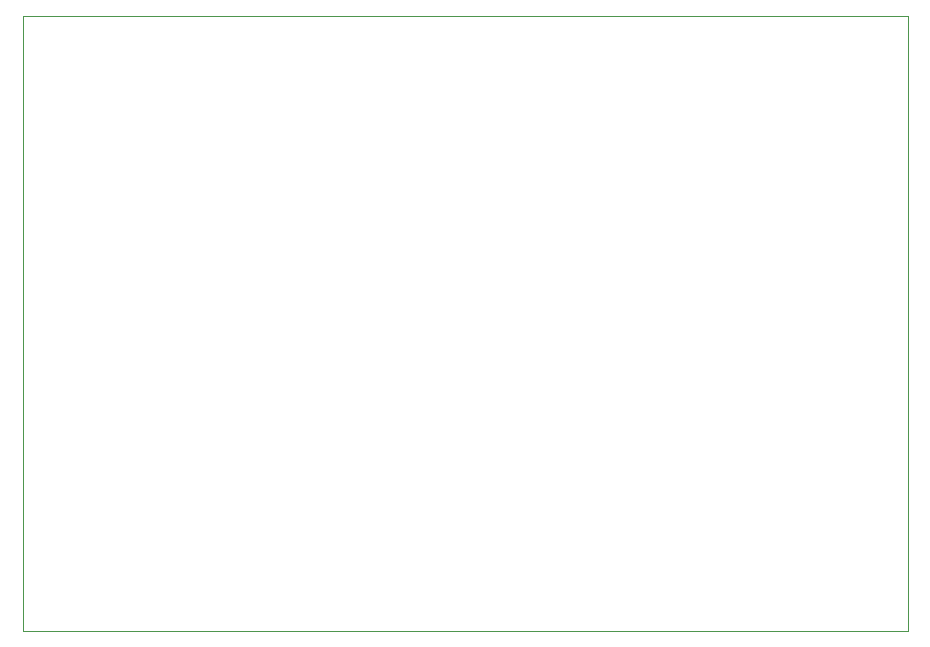
<source format=gbr>
G04 #@! TF.GenerationSoftware,KiCad,Pcbnew,5.1.4-e60b266~84~ubuntu19.04.1*
G04 #@! TF.CreationDate,2019-10-12T12:41:06-05:00*
G04 #@! TF.ProjectId,current sensor board,63757272-656e-4742-9073-656e736f7220,rev?*
G04 #@! TF.SameCoordinates,Original*
G04 #@! TF.FileFunction,Profile,NP*
%FSLAX46Y46*%
G04 Gerber Fmt 4.6, Leading zero omitted, Abs format (unit mm)*
G04 Created by KiCad (PCBNEW 5.1.4-e60b266~84~ubuntu19.04.1) date 2019-10-12 12:41:06*
%MOMM*%
%LPD*%
G04 APERTURE LIST*
%ADD10C,0.100000*%
G04 APERTURE END LIST*
D10*
X157480000Y-59182000D02*
X157480000Y-59690000D01*
X82550000Y-59182000D02*
X157480000Y-59182000D01*
X82550000Y-59690000D02*
X82550000Y-59182000D01*
X157480000Y-111252000D02*
X157480000Y-110490000D01*
X82550000Y-111252000D02*
X157480000Y-111252000D01*
X82550000Y-110490000D02*
X82550000Y-111252000D01*
X157480000Y-59690000D02*
X157480000Y-110490000D01*
X82550000Y-110490000D02*
X82550000Y-59690000D01*
M02*

</source>
